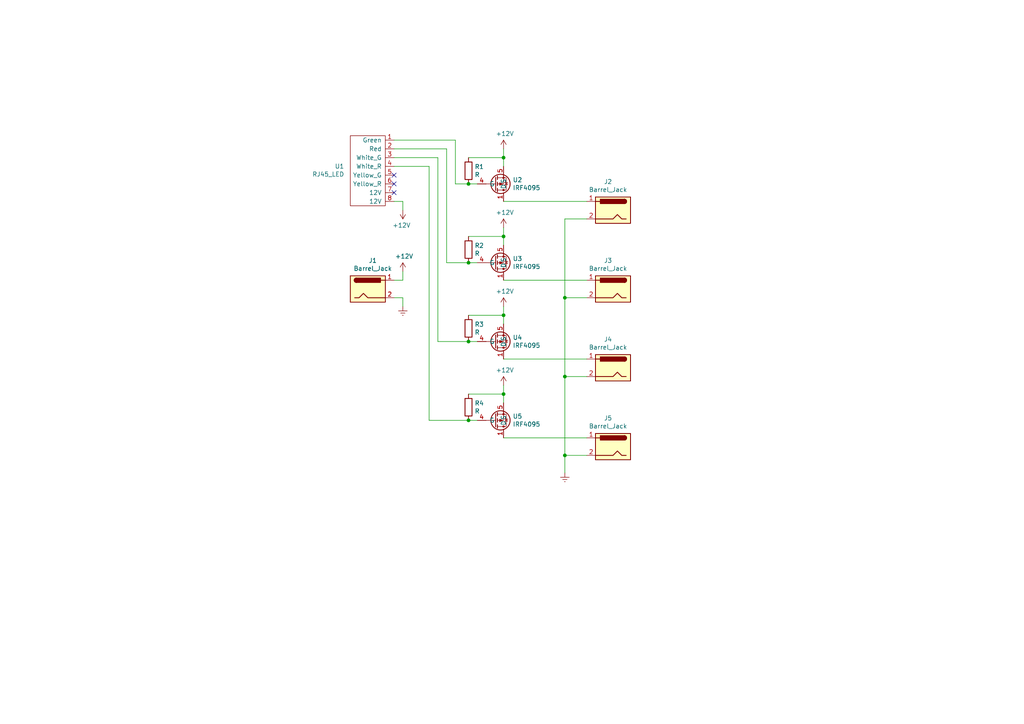
<source format=kicad_sch>
(kicad_sch (version 20230121) (generator eeschema)
  (paper "A4")
  (lib_symbols
    (symbol "Project_Library:IRF4095" (pin_names (offset 1.016))
      (property "Reference" "U" (at 8.89 -1.27 0))
      (property "Value" "IRF4095" (at 8.89 1.27 0))
      (symbol "IRF4095_1_1"
        (polyline (pts (xy -1.016 0) (xy -3.81 0)))
        (polyline (pts (xy -1.016 1.905) (xy -1.016 -1.905)) (stroke (width 0.254)))
        (polyline (pts (xy -0.508 -1.27) (xy -0.508 -2.286)) (stroke (width 0.254)))
        (polyline (pts (xy -0.508 0.508) (xy -0.508 -0.508)) (stroke (width 0.254)))
        (polyline (pts (xy -0.508 2.286) (xy -0.508 1.27)) (stroke (width 0.254)))
        (polyline (pts (xy 1.27 2.54) (xy 1.27 1.778)))
        (polyline (pts (xy 1.27 2.54) (xy 1.27 0) (xy -0.508 0)))
        (polyline (pts (xy -0.508 -1.778) (xy 2.032 -1.778) (xy 2.032 1.778) (xy -0.508 1.778)))
        (polyline (pts (xy 1.143 -0.0254) (xy 0.127 0.3556) (xy 0.127 -0.4064) (xy 1.143 -0.0254)) (fill (type outline)))
        (polyline (pts (xy 1.524 0.508) (xy 1.651 0.381) (xy 2.413 0.381) (xy 2.54 0.254)))
        (polyline (pts (xy 2.032 0.381) (xy 1.651 -0.254) (xy 2.413 -0.254) (xy 2.032 0.381)))
        (circle (center 0.381 0) (radius 2.794) (stroke (width 0.254)))
        (circle (center 1.27 -1.778) (radius 0.254) (fill (type outline)))
        (circle (center 1.27 1.778) (radius 0.254) (fill (type outline)))
        (pin passive line (at 1.27 -5.08 90) (length 2.54) (name "D") (number "1"))
        (pin passive line (at -6.35 0 0) (length 2.54) (name "G") (number "4"))
        (pin passive line (at 1.27 5.08 270) (length 2.54) (name "S") (number "5"))
      )
    )
    (symbol "Project_Library:RJ45_LED" (pin_names (offset 1.016))
      (property "Reference" "U" (at 0 1.27 0))
      (property "Value" "RJ45_LED" (at 0 -21.59 0))
      (symbol "RJ45_LED_0_1"
        (rectangle (start -5.08 0) (end 5.08 -20.32))
      )
      (symbol "RJ45_LED_1_1"
        (pin passive line (at -7.62 -1.27 0) (length 2.54) (name "Green") (number "1"))
        (pin passive line (at -7.62 -3.81 0) (length 2.54) (name "Red") (number "2"))
        (pin passive line (at -7.62 -6.35 0) (length 2.54) (name "White_G") (number "3"))
        (pin passive line (at -7.62 -8.89 0) (length 2.54) (name "White_R") (number "4"))
        (pin passive line (at -7.62 -11.43 0) (length 2.54) (name "Yellow_G") (number "5"))
        (pin passive line (at -7.62 -13.97 0) (length 2.54) (name "Yellow_R") (number "6"))
        (pin passive line (at -7.62 -16.51 0) (length 2.54) (name "12V") (number "7"))
        (pin passive line (at -7.62 -19.05 0) (length 2.54) (name "12V") (number "8"))
      )
    )
    (symbol "fencing_sg12_lights-rescue:+12V-power" (power) (pin_names (offset 0))
      (property "Value" "+12V-power" (at 0 3.556 0))
      (symbol "+12V-power_0_1"
        (polyline (pts (xy -0.762 1.27) (xy 0 2.54)))
        (polyline (pts (xy 0 0) (xy 0 2.54)))
        (polyline (pts (xy 0 2.54) (xy 0.762 1.27)))
      )
      (symbol "+12V-power_1_1"
        (pin power_in line (at 0 0 90) (length 0) hide (name "+12V") (number "1"))
      )
    )
    (symbol "fencing_sg12_lights-rescue:Barrel_Jack-Connector" (pin_names (offset 1.016))
      (property "Reference" "J" (at 0 5.334 0))
      (property "Value" "Connector_Barrel_Jack" (at 0 -5.08 0))
      (symbol "Barrel_Jack-Connector_0_1"
        (rectangle (start -5.08 3.81) (end 5.08 -3.81) (stroke (width 0.254)) (fill (type background)))
        (arc (start -3.302 3.175) (mid -3.9343 2.54) (end -3.302 1.905) (stroke (width 0.254)))
        (arc (start -3.302 3.175) (mid -3.9343 2.54) (end -3.302 1.905) (stroke (width 0.254)) (fill (type outline)))
        (polyline (pts (xy 5.08 2.54) (xy 3.81 2.54)) (stroke (width 0.254)))
        (polyline (pts (xy -3.81 -2.54) (xy -2.54 -2.54) (xy -1.27 -1.27) (xy 0 -2.54) (xy 2.54 -2.54) (xy 5.08 -2.54)) (stroke (width 0.254)))
        (rectangle (start 3.683 3.175) (end -3.302 1.905) (stroke (width 0.254)) (fill (type outline)))
      )
      (symbol "Barrel_Jack-Connector_1_1"
        (pin passive line (at 7.62 2.54 180) (length 2.54) (name "~") (number "1"))
        (pin passive line (at 7.62 -2.54 180) (length 2.54) (name "~") (number "2"))
      )
    )
    (symbol "fencing_sg12_lights-rescue:Earth-power" (power) (pin_names (offset 0))
      (symbol "Earth-power_0_1"
        (polyline (pts (xy -0.635 -1.905) (xy 0.635 -1.905)))
        (polyline (pts (xy -0.127 -2.54) (xy 0.127 -2.54)))
        (polyline (pts (xy 0 -1.27) (xy 0 0)))
        (polyline (pts (xy 1.27 -1.27) (xy -1.27 -1.27)))
      )
      (symbol "Earth-power_1_1"
        (pin power_in line (at 0 0 270) (length 0) hide (name "Earth") (number "1"))
      )
    )
    (symbol "fencing_sg12_lights-rescue:R-Device" (pin_numbers hide) (pin_names (offset 0))
      (property "Reference" "R" (at 2.032 0 90))
      (property "Value" "Device_R" (at 0 0 90))
      (symbol "R-Device_0_1"
        (rectangle (start -1.016 -2.54) (end 1.016 2.54) (stroke (width 0.254)))
      )
      (symbol "R-Device_1_1"
        (pin passive line (at 0 3.81 270) (length 1.27) (name "~") (number "1"))
        (pin passive line (at 0 -3.81 90) (length 1.27) (name "~") (number "2"))
      )
    )
  )
  (junction (at 146.05 91.44))
  (junction (at 146.05 68.58))
  (junction (at 146.05 114.3))
  (junction (at 135.89 121.92))
  (junction (at 146.05 45.72))
  (junction (at 163.83 86.36))
  (junction (at 135.89 53.34))
  (junction (at 163.83 132.08))
  (junction (at 135.89 76.2))
  (junction (at 135.89 99.06))
  (junction (at 163.83 109.22))
  (no_connect (at 114.3 50.8))
  (no_connect (at 114.3 55.88))
  (no_connect (at 114.3 53.34))
  (wire (pts (xy 127 99.06) (xy 135.89 99.06)))
  (wire (pts (xy 135.89 45.72) (xy 146.05 45.72)))
  (wire (pts (xy 170.18 132.08) (xy 163.83 132.08)))
  (wire (pts (xy 138.43 53.34) (xy 135.89 53.34)))
  (wire (pts (xy 170.18 63.5) (xy 163.83 63.5)))
  (wire (pts (xy 163.83 86.36) (xy 163.83 109.22)))
  (wire (pts (xy 114.3 58.42) (xy 116.84 58.42)))
  (wire (pts (xy 135.89 68.58) (xy 146.05 68.58)))
  (wire (pts (xy 170.18 109.22) (xy 163.83 109.22)))
  (wire (pts (xy 146.05 48.26) (xy 146.05 45.72)))
  (wire (pts (xy 135.89 121.92) (xy 138.43 121.92)))
  (wire (pts (xy 132.08 53.34) (xy 135.89 53.34)))
  (wire (pts (xy 146.05 91.44) (xy 146.05 88.9)))
  (wire (pts (xy 114.3 43.18) (xy 129.54 43.18)))
  (wire (pts (xy 114.3 40.64) (xy 132.08 40.64)))
  (wire (pts (xy 146.05 116.84) (xy 146.05 114.3)))
  (wire (pts (xy 135.89 91.44) (xy 146.05 91.44)))
  (wire (pts (xy 146.05 71.12) (xy 146.05 68.58)))
  (wire (pts (xy 146.05 45.72) (xy 146.05 43.18)))
  (wire (pts (xy 132.08 40.64) (xy 132.08 53.34)))
  (wire (pts (xy 146.05 127) (xy 170.18 127)))
  (wire (pts (xy 124.46 121.92) (xy 135.89 121.92)))
  (wire (pts (xy 129.54 76.2) (xy 135.89 76.2)))
  (wire (pts (xy 116.84 81.28) (xy 116.84 78.74)))
  (wire (pts (xy 163.83 63.5) (xy 163.83 86.36)))
  (wire (pts (xy 114.3 86.36) (xy 116.84 86.36)))
  (wire (pts (xy 146.05 93.98) (xy 146.05 91.44)))
  (wire (pts (xy 129.54 43.18) (xy 129.54 76.2)))
  (wire (pts (xy 135.89 76.2) (xy 138.43 76.2)))
  (wire (pts (xy 124.46 48.26) (xy 124.46 121.92)))
  (wire (pts (xy 116.84 58.42) (xy 116.84 60.96)))
  (wire (pts (xy 116.84 86.36) (xy 116.84 88.9)))
  (wire (pts (xy 146.05 68.58) (xy 146.05 66.04)))
  (wire (pts (xy 135.89 99.06) (xy 138.43 99.06)))
  (wire (pts (xy 127 45.72) (xy 127 99.06)))
  (wire (pts (xy 114.3 48.26) (xy 124.46 48.26)))
  (wire (pts (xy 146.05 104.14) (xy 170.18 104.14)))
  (wire (pts (xy 163.83 132.08) (xy 163.83 137.16)))
  (wire (pts (xy 146.05 58.42) (xy 170.18 58.42)))
  (wire (pts (xy 146.05 114.3) (xy 146.05 111.76)))
  (wire (pts (xy 135.89 114.3) (xy 146.05 114.3)))
  (wire (pts (xy 114.3 45.72) (xy 127 45.72)))
  (wire (pts (xy 146.05 81.28) (xy 170.18 81.28)))
  (wire (pts (xy 114.3 81.28) (xy 116.84 81.28)))
  (wire (pts (xy 163.83 109.22) (xy 163.83 132.08)))
  (wire (pts (xy 170.18 86.36) (xy 163.83 86.36)))
  (symbol (lib_id "Project_Library:RJ45_LED") (at 106.68 39.37 0) (mirror y) (unit 1)
    (property "Reference" "U1" (at 99.8474 48.2346 0) (effects (justify left)))
    (property "Value" "RJ45_LED" (at 99.8474 50.546 0) (effects (justify left)))
    (property "Footprint" "Connector_PinHeader_2.54mm:PinHeader_1x08_P2.54mm_Vertical" (effects hide))
  )
  (symbol (lib_id "Project_Library:IRF4095") (at 144.78 53.34 0) (unit 1)
    (property "Reference" "U2" (at 148.717 52.1716 0) (effects (justify left)))
    (property "Value" "IRF4095" (at 148.717 54.483 0) (effects (justify left)))
    (property "Footprint" "Package_TO_SOT_THT:TO-220-3_Vertical" (effects hide))
  )
  (symbol (lib_id "fencing_sg12_lights-rescue:Barrel_Jack-Connector") (at 106.68 83.82 0) (unit 1)
    (property "Reference" "J1" (at 108.1278 75.565 0))
    (property "Value" "Barrel_Jack" (at 108.1278 77.8764 0))
    (property "Footprint" "Connector_BarrelJack:BarrelJack_Wuerth_6941xx301002" (effects hide))
  )
  (symbol (lib_id "fencing_sg12_lights-rescue:Barrel_Jack-Connector") (at 177.8 60.96 0) (mirror y) (unit 1)
    (property "Reference" "J2" (at 176.3522 52.705 0))
    (property "Value" "Barrel_Jack" (at 176.3522 55.0164 0))
    (property "Footprint" "Connector_BarrelJack:BarrelJack_Wuerth_6941xx301002" (effects hide))
  )
  (symbol (lib_id "fencing_sg12_lights-rescue:Barrel_Jack-Connector") (at 177.8 83.82 0) (mirror y) (unit 1)
    (property "Reference" "J3" (at 176.3522 75.565 0))
    (property "Value" "Barrel_Jack" (at 176.3522 77.8764 0))
    (property "Footprint" "Connector_BarrelJack:BarrelJack_Wuerth_6941xx301002" (effects hide))
  )
  (symbol (lib_id "fencing_sg12_lights-rescue:Barrel_Jack-Connector") (at 177.8 106.68 0) (mirror y) (unit 1)
    (property "Reference" "J4" (at 176.3522 98.425 0))
    (property "Value" "Barrel_Jack" (at 176.3522 100.7364 0))
    (property "Footprint" "Connector_BarrelJack:BarrelJack_Wuerth_6941xx301002" (effects hide))
  )
  (symbol (lib_id "fencing_sg12_lights-rescue:Barrel_Jack-Connector") (at 177.8 129.54 0) (mirror y) (unit 1)
    (property "Reference" "J5" (at 176.3522 121.285 0))
    (property "Value" "Barrel_Jack" (at 176.3522 123.5964 0))
    (property "Footprint" "Connector_BarrelJack:BarrelJack_Wuerth_6941xx301002" (effects hide))
  )
  (symbol (lib_id "fencing_sg12_lights-rescue:+12V-power") (at 116.84 78.74 0) (unit 1)
    (property "Reference" "#PWR01" (effects hide))
    (property "Value" "+12V" (at 117.221 74.3458 0))
  )
  (symbol (lib_id "fencing_sg12_lights-rescue:+12V-power") (at 146.05 43.18 0) (unit 1)
    (property "Reference" "#PWR04" (effects hide))
    (property "Value" "+12V" (at 146.431 38.7858 0))
  )
  (symbol (lib_id "fencing_sg12_lights-rescue:Earth-power") (at 163.83 137.16 0) (unit 1)
    (property "Reference" "#PWR08" (effects hide))
    (property "Value" "Earth" (effects hide))
  )
  (symbol (lib_id "fencing_sg12_lights-rescue:Earth-power") (at 116.84 88.9 0) (unit 1)
    (property "Reference" "#PWR02" (effects hide))
    (property "Value" "Earth" (effects hide))
  )
  (symbol (lib_id "fencing_sg12_lights-rescue:+12V-power") (at 116.84 60.96 180) (unit 1)
    (property "Reference" "#PWR03" (effects hide))
    (property "Value" "+12V" (at 116.459 65.3542 0))
  )
  (symbol (lib_id "fencing_sg12_lights-rescue:R-Device") (at 135.89 49.53 0) (unit 1)
    (property "Reference" "R1" (at 137.668 48.3616 0) (effects (justify left)))
    (property "Value" "R" (at 137.668 50.673 0) (effects (justify left)))
  )
  (symbol (lib_id "fencing_sg12_lights-rescue:R-Device") (at 135.89 72.39 0) (unit 1)
    (property "Reference" "R2" (at 137.668 71.2216 0) (effects (justify left)))
    (property "Value" "R" (at 137.668 73.533 0) (effects (justify left)))
  )
  (symbol (lib_id "fencing_sg12_lights-rescue:+12V-power") (at 146.05 66.04 0) (unit 1)
    (property "Reference" "#PWR0101" (effects hide))
    (property "Value" "+12V" (at 146.431 61.6458 0))
  )
  (symbol (lib_id "Project_Library:IRF4095") (at 144.78 76.2 0) (unit 1)
    (property "Reference" "U3" (at 148.717 75.0316 0) (effects (justify left)))
    (property "Value" "IRF4095" (at 148.717 77.343 0) (effects (justify left)))
    (property "Footprint" "Package_TO_SOT_THT:TO-220-3_Vertical" (effects hide))
  )
  (symbol (lib_id "fencing_sg12_lights-rescue:R-Device") (at 135.89 95.25 0) (unit 1)
    (property "Reference" "R3" (at 137.668 94.0816 0) (effects (justify left)))
    (property "Value" "R" (at 137.668 96.393 0) (effects (justify left)))
  )
  (symbol (lib_id "fencing_sg12_lights-rescue:+12V-power") (at 146.05 88.9 0) (unit 1)
    (property "Reference" "#PWR0102" (effects hide))
    (property "Value" "+12V" (at 146.431 84.5058 0))
  )
  (symbol (lib_id "Project_Library:IRF4095") (at 144.78 99.06 0) (unit 1)
    (property "Reference" "U4" (at 148.717 97.8916 0) (effects (justify left)))
    (property "Value" "IRF4095" (at 148.717 100.203 0) (effects (justify left)))
    (property "Footprint" "Package_TO_SOT_THT:TO-220-3_Vertical" (effects hide))
  )
  (symbol (lib_id "fencing_sg12_lights-rescue:R-Device") (at 135.89 118.11 0) (unit 1)
    (property "Reference" "R4" (at 137.668 116.9416 0) (effects (justify left)))
    (property "Value" "R" (at 137.668 119.253 0) (effects (justify left)))
  )
  (symbol (lib_id "fencing_sg12_lights-rescue:+12V-power") (at 146.05 111.76 0) (unit 1)
    (property "Reference" "#PWR0103" (effects hide))
    (property "Value" "+12V" (at 146.431 107.3658 0))
  )
  (symbol (lib_id "Project_Library:IRF4095") (at 144.78 121.92 0) (unit 1)
    (property "Reference" "U5" (at 148.717 120.7516 0) (effects (justify left)))
    (property "Value" "IRF4095" (at 148.717 123.063 0) (effects (justify left)))
    (property "Footprint" "Package_TO_SOT_THT:TO-220-3_Vertical" (effects hide))
  )
)
</source>
